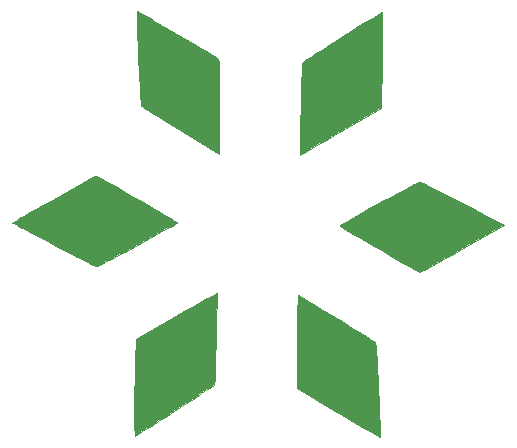
<source format=gbo>
G04 #@! TF.GenerationSoftware,KiCad,Pcbnew,(5.1.0)-1*
G04 #@! TF.CreationDate,2019-12-07T09:56:38-05:00*
G04 #@! TF.ProjectId,snowflake,736e6f77-666c-4616-9b65-2e6b69636164,rev?*
G04 #@! TF.SameCoordinates,Original*
G04 #@! TF.FileFunction,Legend,Bot*
G04 #@! TF.FilePolarity,Positive*
%FSLAX46Y46*%
G04 Gerber Fmt 4.6, Leading zero omitted, Abs format (unit mm)*
G04 Created by KiCad (PCBNEW (5.1.0)-1) date 2019-12-07 09:56:38*
%MOMM*%
%LPD*%
G04 APERTURE LIST*
%ADD10C,0.010000*%
G04 APERTURE END LIST*
D10*
G36*
X138430142Y-104107021D02*
G01*
X138635377Y-104218108D01*
X138951062Y-104395890D01*
X139359843Y-104630120D01*
X139844362Y-104910552D01*
X140387264Y-105226940D01*
X140971193Y-105569038D01*
X141578793Y-105926600D01*
X142192708Y-106289378D01*
X142795582Y-106647128D01*
X143370059Y-106989603D01*
X143898783Y-107306557D01*
X144364398Y-107587743D01*
X144749549Y-107822916D01*
X145036878Y-108001828D01*
X145209031Y-108114235D01*
X145247622Y-108143326D01*
X145273451Y-108202433D01*
X145294558Y-108335235D01*
X145311196Y-108553902D01*
X145323621Y-108870602D01*
X145332086Y-109297506D01*
X145336845Y-109846783D01*
X145338152Y-110530601D01*
X145336262Y-111361130D01*
X145332289Y-112199041D01*
X145310274Y-116155467D01*
X142050607Y-114155469D01*
X141377423Y-113742010D01*
X140748508Y-113354930D01*
X140178609Y-113003364D01*
X139682476Y-112696448D01*
X139274857Y-112443319D01*
X138970503Y-112253113D01*
X138784160Y-112134965D01*
X138730084Y-112098581D01*
X138714375Y-112005646D01*
X138693117Y-111763952D01*
X138667266Y-111393780D01*
X138637775Y-110915410D01*
X138605597Y-110349123D01*
X138571685Y-109715200D01*
X138536995Y-109033921D01*
X138502478Y-108325568D01*
X138469089Y-107610420D01*
X138437782Y-106908759D01*
X138409509Y-106240865D01*
X138385225Y-105627018D01*
X138365883Y-105087500D01*
X138352437Y-104642591D01*
X138345840Y-104312572D01*
X138347047Y-104117724D01*
X138352714Y-104072875D01*
X138430142Y-104107021D01*
X138430142Y-104107021D01*
G37*
X138430142Y-104107021D02*
X138635377Y-104218108D01*
X138951062Y-104395890D01*
X139359843Y-104630120D01*
X139844362Y-104910552D01*
X140387264Y-105226940D01*
X140971193Y-105569038D01*
X141578793Y-105926600D01*
X142192708Y-106289378D01*
X142795582Y-106647128D01*
X143370059Y-106989603D01*
X143898783Y-107306557D01*
X144364398Y-107587743D01*
X144749549Y-107822916D01*
X145036878Y-108001828D01*
X145209031Y-108114235D01*
X145247622Y-108143326D01*
X145273451Y-108202433D01*
X145294558Y-108335235D01*
X145311196Y-108553902D01*
X145323621Y-108870602D01*
X145332086Y-109297506D01*
X145336845Y-109846783D01*
X145338152Y-110530601D01*
X145336262Y-111361130D01*
X145332289Y-112199041D01*
X145310274Y-116155467D01*
X142050607Y-114155469D01*
X141377423Y-113742010D01*
X140748508Y-113354930D01*
X140178609Y-113003364D01*
X139682476Y-112696448D01*
X139274857Y-112443319D01*
X138970503Y-112253113D01*
X138784160Y-112134965D01*
X138730084Y-112098581D01*
X138714375Y-112005646D01*
X138693117Y-111763952D01*
X138667266Y-111393780D01*
X138637775Y-110915410D01*
X138605597Y-110349123D01*
X138571685Y-109715200D01*
X138536995Y-109033921D01*
X138502478Y-108325568D01*
X138469089Y-107610420D01*
X138437782Y-106908759D01*
X138409509Y-106240865D01*
X138385225Y-105627018D01*
X138365883Y-105087500D01*
X138352437Y-104642591D01*
X138345840Y-104312572D01*
X138347047Y-104117724D01*
X138352714Y-104072875D01*
X138430142Y-104107021D01*
G36*
X159143113Y-104258175D02*
G01*
X159146152Y-104500169D01*
X159146455Y-104878366D01*
X159144131Y-105376212D01*
X159139288Y-105977157D01*
X159132037Y-106664648D01*
X159122486Y-107422131D01*
X159110744Y-108233055D01*
X159110213Y-108267523D01*
X159047408Y-112330320D01*
X155629120Y-114283095D01*
X154934222Y-114679514D01*
X154284734Y-115048949D01*
X153695339Y-115383127D01*
X153180719Y-115673773D01*
X152755557Y-115912613D01*
X152434535Y-116091374D01*
X152232337Y-116201779D01*
X152163941Y-116235871D01*
X152152236Y-116155514D01*
X152146999Y-115931430D01*
X152148112Y-115589096D01*
X152155456Y-115153988D01*
X152168912Y-114651584D01*
X152171721Y-114563704D01*
X152190039Y-113980538D01*
X152210882Y-113278910D01*
X152232813Y-112509642D01*
X152254395Y-111723560D01*
X152274192Y-110971488D01*
X152282001Y-110663069D01*
X152300611Y-109973017D01*
X152318898Y-109434057D01*
X152338306Y-109027959D01*
X152360284Y-108736489D01*
X152386277Y-108541416D01*
X152417732Y-108424509D01*
X152456097Y-108367536D01*
X152464607Y-108361797D01*
X152560290Y-108302414D01*
X152783777Y-108161323D01*
X153120183Y-107947991D01*
X153554621Y-107671886D01*
X154072203Y-107342475D01*
X154658044Y-106969224D01*
X155297257Y-106561602D01*
X155846523Y-106211071D01*
X156513695Y-105786395D01*
X157136383Y-105392436D01*
X157700272Y-105038076D01*
X158191046Y-104732200D01*
X158594389Y-104483692D01*
X158895984Y-104301437D01*
X159081515Y-104194319D01*
X159137228Y-104168937D01*
X159143113Y-104258175D01*
X159143113Y-104258175D01*
G37*
X159143113Y-104258175D02*
X159146152Y-104500169D01*
X159146455Y-104878366D01*
X159144131Y-105376212D01*
X159139288Y-105977157D01*
X159132037Y-106664648D01*
X159122486Y-107422131D01*
X159110744Y-108233055D01*
X159110213Y-108267523D01*
X159047408Y-112330320D01*
X155629120Y-114283095D01*
X154934222Y-114679514D01*
X154284734Y-115048949D01*
X153695339Y-115383127D01*
X153180719Y-115673773D01*
X152755557Y-115912613D01*
X152434535Y-116091374D01*
X152232337Y-116201779D01*
X152163941Y-116235871D01*
X152152236Y-116155514D01*
X152146999Y-115931430D01*
X152148112Y-115589096D01*
X152155456Y-115153988D01*
X152168912Y-114651584D01*
X152171721Y-114563704D01*
X152190039Y-113980538D01*
X152210882Y-113278910D01*
X152232813Y-112509642D01*
X152254395Y-111723560D01*
X152274192Y-110971488D01*
X152282001Y-110663069D01*
X152300611Y-109973017D01*
X152318898Y-109434057D01*
X152338306Y-109027959D01*
X152360284Y-108736489D01*
X152386277Y-108541416D01*
X152417732Y-108424509D01*
X152456097Y-108367536D01*
X152464607Y-108361797D01*
X152560290Y-108302414D01*
X152783777Y-108161323D01*
X153120183Y-107947991D01*
X153554621Y-107671886D01*
X154072203Y-107342475D01*
X154658044Y-106969224D01*
X155297257Y-106561602D01*
X155846523Y-106211071D01*
X156513695Y-105786395D01*
X157136383Y-105392436D01*
X157700272Y-105038076D01*
X158191046Y-104732200D01*
X158594389Y-104483692D01*
X158895984Y-104301437D01*
X159081515Y-104194319D01*
X159137228Y-104168937D01*
X159143113Y-104258175D01*
G36*
X134981235Y-118081760D02*
G01*
X135233032Y-118196982D01*
X135625402Y-118400082D01*
X136158997Y-118691414D01*
X136834470Y-119071333D01*
X137652473Y-119540194D01*
X138402997Y-119975518D01*
X139092092Y-120377793D01*
X139734220Y-120754359D01*
X140314970Y-121096640D01*
X140819929Y-121396063D01*
X141234684Y-121644051D01*
X141544822Y-121832029D01*
X141735932Y-121951424D01*
X141794251Y-121993204D01*
X141722647Y-122040294D01*
X141519843Y-122157604D01*
X141203874Y-122335335D01*
X140792774Y-122563688D01*
X140304578Y-122832866D01*
X139757319Y-123133069D01*
X139169034Y-123454498D01*
X138557755Y-123787356D01*
X137941518Y-124121844D01*
X137338357Y-124448162D01*
X136766307Y-124756513D01*
X136243401Y-125037098D01*
X135787675Y-125280118D01*
X135417162Y-125475775D01*
X135149898Y-125614270D01*
X135003917Y-125685804D01*
X134983997Y-125693391D01*
X134893326Y-125658917D01*
X134667793Y-125553428D01*
X134322515Y-125384526D01*
X133872608Y-125159812D01*
X133333189Y-124886888D01*
X132719373Y-124573355D01*
X132046276Y-124226813D01*
X131363982Y-123873058D01*
X130651284Y-123501432D01*
X129986705Y-123153204D01*
X129384933Y-122836191D01*
X128860654Y-122558211D01*
X128428553Y-122327079D01*
X128103315Y-122150611D01*
X127899628Y-122036625D01*
X127832073Y-121993204D01*
X127903307Y-121945782D01*
X128105163Y-121826212D01*
X128420095Y-121644317D01*
X128830554Y-121409919D01*
X129318993Y-121132840D01*
X129867863Y-120822904D01*
X130459617Y-120489932D01*
X131076706Y-120143747D01*
X131701583Y-119794172D01*
X132316700Y-119451028D01*
X132904509Y-119124140D01*
X133447463Y-118823328D01*
X133928012Y-118558416D01*
X134328610Y-118339226D01*
X134631708Y-118175581D01*
X134819759Y-118077302D01*
X134869360Y-118054061D01*
X134981235Y-118081760D01*
X134981235Y-118081760D01*
G37*
X134981235Y-118081760D02*
X135233032Y-118196982D01*
X135625402Y-118400082D01*
X136158997Y-118691414D01*
X136834470Y-119071333D01*
X137652473Y-119540194D01*
X138402997Y-119975518D01*
X139092092Y-120377793D01*
X139734220Y-120754359D01*
X140314970Y-121096640D01*
X140819929Y-121396063D01*
X141234684Y-121644051D01*
X141544822Y-121832029D01*
X141735932Y-121951424D01*
X141794251Y-121993204D01*
X141722647Y-122040294D01*
X141519843Y-122157604D01*
X141203874Y-122335335D01*
X140792774Y-122563688D01*
X140304578Y-122832866D01*
X139757319Y-123133069D01*
X139169034Y-123454498D01*
X138557755Y-123787356D01*
X137941518Y-124121844D01*
X137338357Y-124448162D01*
X136766307Y-124756513D01*
X136243401Y-125037098D01*
X135787675Y-125280118D01*
X135417162Y-125475775D01*
X135149898Y-125614270D01*
X135003917Y-125685804D01*
X134983997Y-125693391D01*
X134893326Y-125658917D01*
X134667793Y-125553428D01*
X134322515Y-125384526D01*
X133872608Y-125159812D01*
X133333189Y-124886888D01*
X132719373Y-124573355D01*
X132046276Y-124226813D01*
X131363982Y-123873058D01*
X130651284Y-123501432D01*
X129986705Y-123153204D01*
X129384933Y-122836191D01*
X128860654Y-122558211D01*
X128428553Y-122327079D01*
X128103315Y-122150611D01*
X127899628Y-122036625D01*
X127832073Y-121993204D01*
X127903307Y-121945782D01*
X128105163Y-121826212D01*
X128420095Y-121644317D01*
X128830554Y-121409919D01*
X129318993Y-121132840D01*
X129867863Y-120822904D01*
X130459617Y-120489932D01*
X131076706Y-120143747D01*
X131701583Y-119794172D01*
X132316700Y-119451028D01*
X132904509Y-119124140D01*
X133447463Y-118823328D01*
X133928012Y-118558416D01*
X134328610Y-118339226D01*
X134631708Y-118175581D01*
X134819759Y-118077302D01*
X134869360Y-118054061D01*
X134981235Y-118081760D01*
G36*
X162354432Y-118569146D02*
G01*
X162580196Y-118671402D01*
X162921083Y-118834469D01*
X163359638Y-119049496D01*
X163878409Y-119307626D01*
X164459942Y-119600007D01*
X165086785Y-119917785D01*
X165741485Y-120252104D01*
X166406589Y-120594112D01*
X167064644Y-120934954D01*
X167698197Y-121265776D01*
X168289794Y-121577724D01*
X168821984Y-121861943D01*
X168913966Y-121911552D01*
X169488324Y-122221871D01*
X165992966Y-124177170D01*
X165284998Y-124572538D01*
X164619768Y-124942753D01*
X164012346Y-125279519D01*
X163477798Y-125574544D01*
X163031194Y-125819531D01*
X162687601Y-126006188D01*
X162462088Y-126126219D01*
X162370607Y-126171089D01*
X162273521Y-126137338D01*
X162046164Y-126025358D01*
X161703741Y-125843589D01*
X161261454Y-125600468D01*
X160734507Y-125304434D01*
X160138104Y-124963925D01*
X159487448Y-124587379D01*
X158941607Y-124267942D01*
X158258736Y-123866329D01*
X157619209Y-123490121D01*
X157038142Y-123148217D01*
X156530653Y-122849517D01*
X156111860Y-122602919D01*
X155796882Y-122417323D01*
X155600834Y-122301629D01*
X155540013Y-122265522D01*
X155595740Y-122217320D01*
X155782733Y-122098555D01*
X156083237Y-121919079D01*
X156479499Y-121688742D01*
X156953761Y-121417394D01*
X157488269Y-121114886D01*
X158065269Y-120791069D01*
X158667004Y-120455794D01*
X159275719Y-120118911D01*
X159873661Y-119790270D01*
X160443072Y-119479723D01*
X160966199Y-119197120D01*
X161425285Y-118952311D01*
X161802576Y-118755148D01*
X162080317Y-118615480D01*
X162240753Y-118543159D01*
X162261242Y-118536558D01*
X162354432Y-118569146D01*
X162354432Y-118569146D01*
G37*
X162354432Y-118569146D02*
X162580196Y-118671402D01*
X162921083Y-118834469D01*
X163359638Y-119049496D01*
X163878409Y-119307626D01*
X164459942Y-119600007D01*
X165086785Y-119917785D01*
X165741485Y-120252104D01*
X166406589Y-120594112D01*
X167064644Y-120934954D01*
X167698197Y-121265776D01*
X168289794Y-121577724D01*
X168821984Y-121861943D01*
X168913966Y-121911552D01*
X169488324Y-122221871D01*
X165992966Y-124177170D01*
X165284998Y-124572538D01*
X164619768Y-124942753D01*
X164012346Y-125279519D01*
X163477798Y-125574544D01*
X163031194Y-125819531D01*
X162687601Y-126006188D01*
X162462088Y-126126219D01*
X162370607Y-126171089D01*
X162273521Y-126137338D01*
X162046164Y-126025358D01*
X161703741Y-125843589D01*
X161261454Y-125600468D01*
X160734507Y-125304434D01*
X160138104Y-124963925D01*
X159487448Y-124587379D01*
X158941607Y-124267942D01*
X158258736Y-123866329D01*
X157619209Y-123490121D01*
X157038142Y-123148217D01*
X156530653Y-122849517D01*
X156111860Y-122602919D01*
X155796882Y-122417323D01*
X155600834Y-122301629D01*
X155540013Y-122265522D01*
X155595740Y-122217320D01*
X155782733Y-122098555D01*
X156083237Y-121919079D01*
X156479499Y-121688742D01*
X156953761Y-121417394D01*
X157488269Y-121114886D01*
X158065269Y-120791069D01*
X158667004Y-120455794D01*
X159275719Y-120118911D01*
X159873661Y-119790270D01*
X160443072Y-119479723D01*
X160966199Y-119197120D01*
X161425285Y-118952311D01*
X161802576Y-118755148D01*
X162080317Y-118615480D01*
X162240753Y-118543159D01*
X162261242Y-118536558D01*
X162354432Y-118569146D01*
G36*
X145148049Y-128030888D02*
G01*
X145142667Y-128263133D01*
X145133508Y-128623919D01*
X145121141Y-129092883D01*
X145106136Y-129649665D01*
X145089063Y-130273904D01*
X145070490Y-130945238D01*
X145050988Y-131643307D01*
X145031126Y-132347750D01*
X145011474Y-133038206D01*
X144992601Y-133694313D01*
X144975078Y-134295710D01*
X144959473Y-134822037D01*
X144946356Y-135252932D01*
X144936297Y-135568035D01*
X144934028Y-135635010D01*
X144861553Y-135714476D01*
X144650838Y-135877839D01*
X144308203Y-136120812D01*
X143839969Y-136439112D01*
X143252457Y-136828454D01*
X142551988Y-137284551D01*
X141744881Y-137803119D01*
X141593347Y-137899843D01*
X140916701Y-138330677D01*
X140283927Y-138732281D01*
X139709270Y-139095708D01*
X139206973Y-139412009D01*
X138791283Y-139672237D01*
X138476443Y-139867443D01*
X138276698Y-139988680D01*
X138206680Y-140027204D01*
X138193259Y-139946191D01*
X138181186Y-139717763D01*
X138170949Y-139363836D01*
X138163038Y-138906325D01*
X138157941Y-138367148D01*
X138156147Y-137768219D01*
X138156148Y-137762371D01*
X138158606Y-137025143D01*
X138165374Y-136221137D01*
X138175731Y-135403453D01*
X138188953Y-134625193D01*
X138204319Y-133939459D01*
X138211681Y-133677204D01*
X138267006Y-131856871D01*
X141703423Y-129894876D01*
X142398716Y-129498318D01*
X143047285Y-129129204D01*
X143634693Y-128795697D01*
X144146501Y-128505956D01*
X144568269Y-128268141D01*
X144885560Y-128090412D01*
X145083935Y-127980929D01*
X145149084Y-127947543D01*
X145148049Y-128030888D01*
X145148049Y-128030888D01*
G37*
X145148049Y-128030888D02*
X145142667Y-128263133D01*
X145133508Y-128623919D01*
X145121141Y-129092883D01*
X145106136Y-129649665D01*
X145089063Y-130273904D01*
X145070490Y-130945238D01*
X145050988Y-131643307D01*
X145031126Y-132347750D01*
X145011474Y-133038206D01*
X144992601Y-133694313D01*
X144975078Y-134295710D01*
X144959473Y-134822037D01*
X144946356Y-135252932D01*
X144936297Y-135568035D01*
X144934028Y-135635010D01*
X144861553Y-135714476D01*
X144650838Y-135877839D01*
X144308203Y-136120812D01*
X143839969Y-136439112D01*
X143252457Y-136828454D01*
X142551988Y-137284551D01*
X141744881Y-137803119D01*
X141593347Y-137899843D01*
X140916701Y-138330677D01*
X140283927Y-138732281D01*
X139709270Y-139095708D01*
X139206973Y-139412009D01*
X138791283Y-139672237D01*
X138476443Y-139867443D01*
X138276698Y-139988680D01*
X138206680Y-140027204D01*
X138193259Y-139946191D01*
X138181186Y-139717763D01*
X138170949Y-139363836D01*
X138163038Y-138906325D01*
X138157941Y-138367148D01*
X138156147Y-137768219D01*
X138156148Y-137762371D01*
X138158606Y-137025143D01*
X138165374Y-136221137D01*
X138175731Y-135403453D01*
X138188953Y-134625193D01*
X138204319Y-133939459D01*
X138211681Y-133677204D01*
X138267006Y-131856871D01*
X141703423Y-129894876D01*
X142398716Y-129498318D01*
X143047285Y-129129204D01*
X143634693Y-128795697D01*
X144146501Y-128505956D01*
X144568269Y-128268141D01*
X144885560Y-128090412D01*
X145083935Y-127980929D01*
X145149084Y-127947543D01*
X145148049Y-128030888D01*
G36*
X152073773Y-128143094D02*
G01*
X152274180Y-128258544D01*
X152583422Y-128441680D01*
X152983943Y-128681757D01*
X153458184Y-128968031D01*
X153988589Y-129289758D01*
X154557599Y-129636194D01*
X155147658Y-129996594D01*
X155741208Y-130360215D01*
X156320692Y-130716313D01*
X156868551Y-131054142D01*
X157367229Y-131362960D01*
X157799168Y-131632021D01*
X158146811Y-131850582D01*
X158392599Y-132007898D01*
X158518977Y-132093226D01*
X158530072Y-132102258D01*
X158560232Y-132214392D01*
X158593820Y-132495710D01*
X158630829Y-132946096D01*
X158671252Y-133565437D01*
X158715080Y-134353618D01*
X158762306Y-135310523D01*
X158801394Y-136171659D01*
X158836190Y-136974663D01*
X158867675Y-137724402D01*
X158895224Y-138404228D01*
X158918209Y-138997492D01*
X158936002Y-139487545D01*
X158947975Y-139857737D01*
X158953502Y-140091420D01*
X158952155Y-140171878D01*
X158876919Y-140134722D01*
X158670468Y-140018909D01*
X158346914Y-139832691D01*
X157920371Y-139584321D01*
X157404952Y-139282050D01*
X156814771Y-138934132D01*
X156163939Y-138548819D01*
X155466572Y-138134362D01*
X155411899Y-138101805D01*
X151895741Y-136007634D01*
X151936808Y-132069586D01*
X151945595Y-131270100D01*
X151954666Y-130523964D01*
X151963754Y-129847939D01*
X151972592Y-129258789D01*
X151980914Y-128773278D01*
X151988455Y-128408168D01*
X151994947Y-128180223D01*
X151999760Y-128106074D01*
X152073773Y-128143094D01*
X152073773Y-128143094D01*
G37*
X152073773Y-128143094D02*
X152274180Y-128258544D01*
X152583422Y-128441680D01*
X152983943Y-128681757D01*
X153458184Y-128968031D01*
X153988589Y-129289758D01*
X154557599Y-129636194D01*
X155147658Y-129996594D01*
X155741208Y-130360215D01*
X156320692Y-130716313D01*
X156868551Y-131054142D01*
X157367229Y-131362960D01*
X157799168Y-131632021D01*
X158146811Y-131850582D01*
X158392599Y-132007898D01*
X158518977Y-132093226D01*
X158530072Y-132102258D01*
X158560232Y-132214392D01*
X158593820Y-132495710D01*
X158630829Y-132946096D01*
X158671252Y-133565437D01*
X158715080Y-134353618D01*
X158762306Y-135310523D01*
X158801394Y-136171659D01*
X158836190Y-136974663D01*
X158867675Y-137724402D01*
X158895224Y-138404228D01*
X158918209Y-138997492D01*
X158936002Y-139487545D01*
X158947975Y-139857737D01*
X158953502Y-140091420D01*
X158952155Y-140171878D01*
X158876919Y-140134722D01*
X158670468Y-140018909D01*
X158346914Y-139832691D01*
X157920371Y-139584321D01*
X157404952Y-139282050D01*
X156814771Y-138934132D01*
X156163939Y-138548819D01*
X155466572Y-138134362D01*
X155411899Y-138101805D01*
X151895741Y-136007634D01*
X151936808Y-132069586D01*
X151945595Y-131270100D01*
X151954666Y-130523964D01*
X151963754Y-129847939D01*
X151972592Y-129258789D01*
X151980914Y-128773278D01*
X151988455Y-128408168D01*
X151994947Y-128180223D01*
X151999760Y-128106074D01*
X152073773Y-128143094D01*
M02*

</source>
